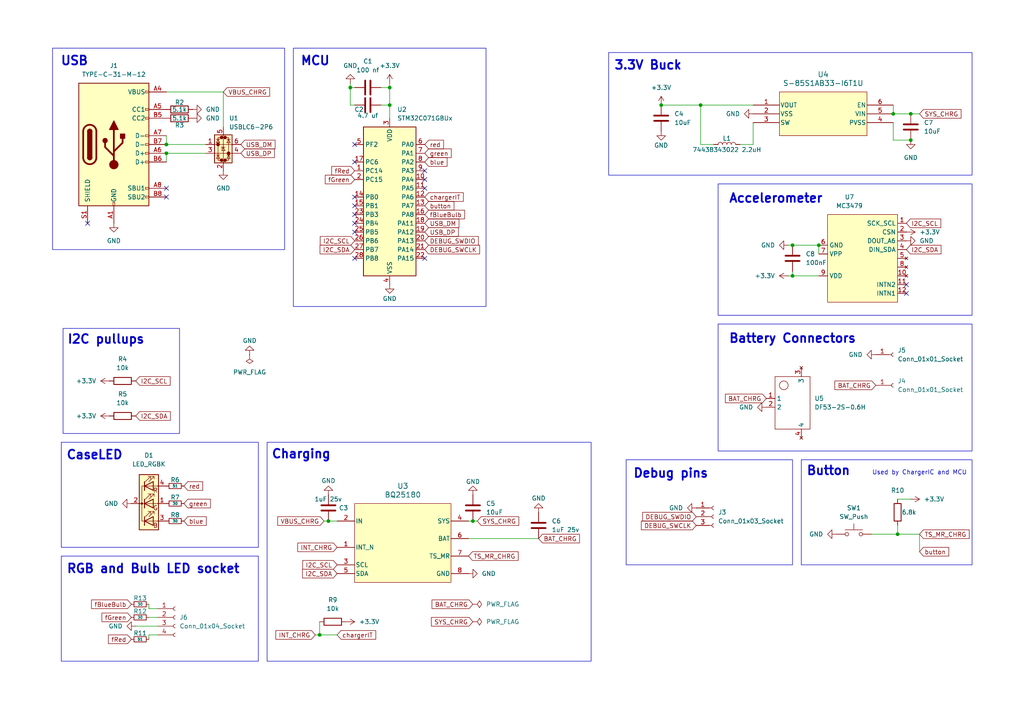
<source format=kicad_sch>
(kicad_sch (version 20250114) (generator "eeschema") (generator_version "9.0")
  (paper "A4")
  (lib_symbols
    (symbol "Connector:Conn_01x01_Socket" (pin_names (offset 1.016) (hide yes))
      (property "Reference" "J" (at 0 2.54 0))
      (property "Value" "Conn_01x01_Socket" (at 0 -2.54 0))
      (symbol "Conn_01x01_Socket_1_1"
        (pin passive line (at -5.08 0 0) (length 3.81) (name "Pin_1") (number "1"))
      )
    )
    (symbol "Connector:Conn_01x03_Socket" (pin_names (offset 1.016) (hide yes))
      (property "Reference" "J" (at 0 5.08 0))
      (property "Value" "Conn_01x03_Socket" (at 0 -5.08 0))
      (symbol "Conn_01x03_Socket_1_1"
        (pin passive line (at -5.08 2.54 0) (length 3.81) (name "Pin_1") (number "1"))
        (pin passive line (at -5.08 0 0) (length 3.81) (name "Pin_2") (number "2"))
        (pin passive line (at -5.08 -2.54 0) (length 3.81) (name "Pin_3") (number "3"))
      )
    )
    (symbol "Connector:Conn_01x04_Socket" (pin_names (offset 1.016) (hide yes))
      (property "Reference" "J" (at 0 5.08 0))
      (property "Value" "Conn_01x04_Socket" (at 0 -7.62 0))
      (symbol "Conn_01x04_Socket_1_1"
        (pin passive line (at -5.08 2.54 0) (length 3.81) (name "Pin_1") (number "1"))
        (pin passive line (at -5.08 0 0) (length 3.81) (name "Pin_2") (number "2"))
        (pin passive line (at -5.08 -2.54 0) (length 3.81) (name "Pin_3") (number "3"))
        (pin passive line (at -5.08 -5.08 0) (length 3.81) (name "Pin_4") (number "4"))
      )
    )
    (symbol "Device:C" (pin_numbers (hide yes)) (pin_names (offset 0.254))
      (property "Reference" "C" (at 0.635 2.54 0))
      (property "Value" "C" (at 0.635 -2.54 0))
      (symbol "C_1_1"
        (pin passive line (at 0 3.81 270) (length 2.794) (name "~") (number "1"))
        (pin passive line (at 0 -3.81 90) (length 2.794) (name "~") (number "2"))
      )
    )
    (symbol "Device:L" (pin_numbers (hide yes)) (pin_names (offset 1.016) (hide yes))
      (property "Reference" "L" (at -1.27 0 90))
      (property "Value" "L" (at 1.905 0 90))
      (symbol "L_1_1"
        (pin passive line (at 0 3.81 270) (length 1.27) (name "1") (number "1"))
        (pin passive line (at 0 -3.81 90) (length 1.27) (name "2") (number "2"))
      )
    )
    (symbol "Device:R" (pin_numbers (hide yes)) (pin_names (offset 0))
      (property "Reference" "R" (at 2.032 0 90))
      (property "Value" "R" (at 0 0 90))
      (symbol "R_1_1"
        (pin passive line (at 0 3.81 270) (length 1.27) (name "~") (number "1"))
        (pin passive line (at 0 -3.81 90) (length 1.27) (name "~") (number "2"))
      )
    )
    (symbol "Device:R_Small" (pin_numbers (hide yes)) (pin_names (offset 0.254) (hide yes))
      (property "Reference" "R" (at 0 0 90))
      (property "Value" "R_Small" (at 1.778 0 90))
      (symbol "R_Small_1_1"
        (pin passive line (at 0 2.54 270) (length 0.762) (name "~") (number "1"))
        (pin passive line (at 0 -2.54 90) (length 0.762) (name "~") (number "2"))
      )
    )
    (symbol "MCU_ST_STM32C0:STM32C071GBUx"
      (property "Reference" "U" (at -7.62 24.13 0))
      (property "Value" "STM32C071GBUx" (at 2.54 24.13 0))
      (symbol "STM32C071GBUx_1_1"
        (pin bidirectional line (at -10.16 17.78 0) (length 2.54) (name "PF2") (number "5"))
        (pin bidirectional line (at -10.16 12.7 0) (length 2.54) (name "PC6") (number "17"))
        (pin bidirectional line (at -10.16 10.16 0) (length 2.54) (name "PC14") (number "1"))
        (pin bidirectional line (at -10.16 7.62 0) (length 2.54) (name "PC15") (number "2"))
        (pin bidirectional line (at -10.16 2.54 0) (length 2.54) (name "PB0") (number "14"))
        (pin bidirectional line (at -10.16 0 0) (length 2.54) (name "PB1") (number "15"))
        (pin bidirectional line (at -10.16 -2.54 0) (length 2.54) (name "PB3") (number "23"))
        (pin bidirectional line (at -10.16 -5.08 0) (length 2.54) (name "PB4") (number "24"))
        (pin bidirectional line (at -10.16 -7.62 0) (length 2.54) (name "PB5") (number "25"))
        (pin bidirectional line (at -10.16 -10.16 0) (length 2.54) (name "PB6") (number "26"))
        (pin bidirectional line (at -10.16 -12.7 0) (length 2.54) (name "PB7") (number "27"))
        (pin bidirectional line (at -10.16 -15.24 0) (length 2.54) (name "PB8") (number "28"))
        (pin power_in line (at 0 25.4 270) (length 2.54) (name "VDD") (number "3"))
        (pin power_in line (at 0 -22.86 90) (length 2.54) (name "VSS") (number "4"))
        (pin bidirectional line (at 10.16 17.78 180) (length 2.54) (name "PA0") (number "6"))
        (pin bidirectional line (at 10.16 15.24 180) (length 2.54) (name "PA1") (number "7"))
        (pin bidirectional line (at 10.16 12.7 180) (length 2.54) (name "PA2") (number "8"))
        (pin bidirectional line (at 10.16 10.16 180) (length 2.54) (name "PA3") (number "9"))
        (pin bidirectional line (at 10.16 7.62 180) (length 2.54) (name "PA4") (number "10"))
        (pin bidirectional line (at 10.16 5.08 180) (length 2.54) (name "PA5") (number "11"))
        (pin bidirectional line (at 10.16 2.54 180) (length 2.54) (name "PA6") (number "12"))
        (pin bidirectional line (at 10.16 0 180) (length 2.54) (name "PA7") (number "13"))
        (pin bidirectional line (at 10.16 -2.54 180) (length 2.54) (name "PA8") (number "16"))
        (pin bidirectional line (at 10.16 -5.08 180) (length 2.54) (name "PA11") (number "18"))
        (pin bidirectional line (at 10.16 -7.62 180) (length 2.54) (name "PA12") (number "19"))
        (pin bidirectional line (at 10.16 -10.16 180) (length 2.54) (name "PA13") (number "20"))
        (pin bidirectional line (at 10.16 -12.7 180) (length 2.54) (name "PA14") (number "21"))
        (pin bidirectional line (at 10.16 -15.24 180) (length 2.54) (name "PA15") (number "22"))
      )
    )
    (symbol "MicroLightDevBoard:BQ25180" (pin_names (offset 0.254))
      (property "Reference" "U" (at 0 2.54 0))
      (property "Value" "BQ25180" (at -1.27 9.144 0))
      (symbol "BQ25180_0_1"
        (pin power_in line (at 0 0 0) (length 5.08) (name "IN") (number "2"))
        (pin output line (at 0 -7.62 0) (length 5.08) (name "INT_N") (number "1"))
        (pin input line (at 0 -12.7 0) (length 5.08) (name "SCL") (number "3"))
        (pin bidirectional line (at 0 -15.24 0) (length 5.08) (name "SDA") (number "5"))
        (pin power_in line (at 38.1 0 180) (length 5.08) (name "SYS") (number "4"))
        (pin power_in line (at 38.1 -5.08 180) (length 5.08) (name "BAT") (number "6"))
        (pin bidirectional line (at 38.1 -10.16 180) (length 5.08) (name "TS_MR") (number "7"))
        (pin power_in line (at 38.1 -15.24 180) (length 5.08) (name "GND") (number "8"))
      )
    )
    (symbol "MicroLightDevBoard:DF53-2S-0.6H"
      (property "Reference" "U" (at 4.064 -3.556 0))
      (property "Value" "DF53-2S-0.6H" (at -5.842 5.334 0))
      (symbol "DF53-2S-0.6H_1_1"
        (pin input line (at -6.35 -2.54 0) (length 2.54) (name "1") (number "1"))
        (pin input line (at -6.35 -5.08 0) (length 2.54) (name "2") (number "2"))
        (pin no_connect line (at 3.81 6.35 270) (length 2.54) (name "3") (number "3"))
        (pin no_connect line (at 3.81 -13.97 90) (length 2.54) (name "4") (number "4"))
      )
    )
    (symbol "MicroLightDevBoard:LED_RGBK" (pin_names (offset 0) (hide yes))
      (property "Reference" "D" (at 0 9.398 0))
      (property "Value" "LED_RGBK" (at 0 -8.89 0))
      (symbol "LED_RGBK_0_0"
        (text "R" (at 1.905 3.81 0) (effects (font (size 1.27 1.27))))
        (text "G" (at 1.905 -1.27 0) (effects (font (size 1.27 1.27))))
        (text "B" (at 1.905 -6.35 0) (effects (font (size 1.27 1.27))))
      )
      (symbol "LED_RGBK_1_1"
        (pin passive line (at -5.08 0 0) (length 2.54) (name "K") (number "2"))
        (pin passive line (at 5.08 5.08 180) (length 2.54) (name "RA") (number "4"))
        (pin passive line (at 5.08 0 180) (length 2.54) (name "GA") (number "1"))
        (pin passive line (at 5.08 -5.08 180) (length 2.54) (name "BA") (number "3"))
      )
    )
    (symbol "MicroLightDevBoard:MC3479"
      (property "Reference" "U" (at 0 0 0))
      (property "Value" "MC3479" (at 0 0 0))
      (symbol "MC3479_1_1"
        (pin power_in line (at -12.7 -10.16 0) (length 2.54) (name "GND") (number "6"))
        (pin passive line (at -12.7 -12.7 0) (length 2.54) (name "VPP") (number "7"))
        (pin power_in line (at -12.7 -19.05 0) (length 2.54) (name "VDD") (number "9"))
        (pin input line (at 12.7 -3.81 180) (length 2.54) (name "SCK_SCL") (number "1"))
        (pin input line (at 12.7 -6.35 180) (length 2.54) (name "CSN") (number "2"))
        (pin bidirectional line (at 12.7 -8.89 180) (length 2.54) (name "DOUT_A6") (number "3"))
        (pin bidirectional line (at 12.7 -11.43 180) (length 2.54) (name "DIN_SDA") (number "4"))
        (pin no_connect line (at 12.7 -13.97 180) (length 2.54) (name "") (number "5"))
        (pin no_connect line (at 12.7 -16.51 180) (length 2.54) (name "") (number "8"))
        (pin no_connect line (at 12.7 -19.05 180) (length 2.54) (name "") (number "10"))
        (pin output line (at 12.7 -21.59 180) (length 2.54) (name "INTN2") (number "11"))
        (pin output line (at 12.7 -24.13 180) (length 2.54) (name "INTN1") (number "12"))
      )
    )
    (symbol "MicroLightDevBoard:S-85S1AB33-I6T1U" (pin_names (offset 0.254))
      (property "Reference" "U" (at 20.32 10.16 0))
      (property "Value" "S-85S1AB33-I6T1U" (at 20.32 7.62 0))
      (symbol "S-85S1AB33-I6T1U_0_1"
        (pin input line (at 40.64 0 180) (length 7.62) (name "EN") (number "6"))
        (pin power_in line (at 40.64 -2.54 180) (length 7.62) (name "VIN") (number "5"))
      )
      (symbol "S-85S1AB33-I6T1U_1_1"
        (pin power_out line (at 0 0 0) (length 7.62) (name "VOUT") (number "1"))
        (pin power_in line (at 0 -2.54 0) (length 7.62) (name "VSS") (number "2"))
        (pin passive line (at 0 -5.08 0) (length 7.62) (name "SW") (number "3"))
        (pin power_in line (at 40.64 -5.08 180) (length 7.62) (name "PVSS") (number "4"))
      )
    )
    (symbol "MicroLightDevBoard:TYPE-C-31-M-12" (pin_names (offset 1.016))
      (property "Reference" "J1" (at 0 24.13 0))
      (property "Value" "TYPE-C-31-M-12" (at 0 21.59 0))
      (symbol "TYPE-C-31-M-12_1_1"
        (pin passive line (at -7.62 -21.59 90) (length 5.08) (name "SHIELD") (number "S1"))
        (pin passive line (at 0 -21.59 90) (length 5.08) (name "GND") (number "A1"))
        (pin passive line (at 0 -21.59 90) (length 5.08) (hide yes) (name "GND") (number "B1"))
        (pin power_out line (at 15.24 16.51 180) (length 5.08) (name "VBUS") (number "A4"))
        (pin passive line (at 15.24 16.51 180) (length 5.08) (hide yes) (name "VBUS") (number "B4"))
        (pin bidirectional line (at 15.24 11.43 180) (length 5.08) (name "CC1") (number "A5"))
        (pin bidirectional line (at 15.24 8.89 180) (length 5.08) (name "CC2") (number "B5"))
        (pin bidirectional line (at 15.24 3.81 180) (length 5.08) (name "D-") (number "A7"))
        (pin bidirectional line (at 15.24 1.27 180) (length 5.08) (name "D-") (number "B7"))
        (pin bidirectional line (at 15.24 -1.27 180) (length 5.08) (name "D+") (number "A6"))
        (pin bidirectional line (at 15.24 -3.81 180) (length 5.08) (name "D+") (number "B6"))
        (pin bidirectional line (at 15.24 -11.43 180) (length 5.08) (name "SBU1") (number "A8"))
        (pin bidirectional line (at 15.24 -13.97 180) (length 5.08) (name "SBU2") (number "B8"))
      )
    )
    (symbol "Power_Protection:USBLC6-2P6" (pin_names (hide yes))
      (property "Reference" "U" (at 0.635 5.715 0))
      (property "Value" "USBLC6-2P6" (at 0.635 3.81 0))
      (symbol "USBLC6-2P6_1_1"
        (pin passive line (at -5.08 0 0) (length 2.54) (name "I/O1") (number "1"))
        (pin passive line (at -5.08 -2.54 0) (length 2.54) (name "I/O2") (number "3"))
        (pin passive line (at 0 5.08 270) (length 2.54) (name "VBUS") (number "5"))
        (pin passive line (at 0 -7.62 90) (length 2.54) (name "GND") (number "2"))
        (pin passive line (at 5.08 0 180) (length 2.54) (name "I/O1") (number "6"))
        (pin passive line (at 5.08 -2.54 180) (length 2.54) (name "I/O2") (number "4"))
      )
    )
    (symbol "R_Small_1" (pin_numbers (hide yes)) (pin_names (offset 0.254) (hide yes))
      (property "Reference" "R" (at 0 0 90))
      (property "Value" "R_Small" (at 1.778 0 90))
      (symbol "R_Small_1_1_1"
        (pin passive line (at 0 2.54 270) (length 0.762) (name "~") (number "1"))
        (pin passive line (at 0 -2.54 90) (length 0.762) (name "~") (number "2"))
      )
    )
    (symbol "R_Small_2" (pin_numbers (hide yes)) (pin_names (offset 0.254) (hide yes))
      (property "Reference" "R" (at 0 0 90))
      (property "Value" "R_Small" (at 1.778 0 90))
      (symbol "R_Small_2_1_1"
        (pin passive line (at 0 2.54 270) (length 0.762) (name "~") (number "1"))
        (pin passive line (at 0 -2.54 90) (length 0.762) (name "~") (number "2"))
      )
    )
    (symbol "R_Small_3" (pin_numbers (hide yes)) (pin_names (offset 0.254) (hide yes))
      (property "Reference" "R" (at 0 0 90))
      (property "Value" "R_Small" (at 1.778 0 90))
      (symbol "R_Small_3_1_1"
        (pin passive line (at 0 2.54 270) (length 0.762) (name "~") (number "1"))
        (pin passive line (at 0 -2.54 90) (length 0.762) (name "~") (number "2"))
      )
    )
    (symbol "R_Small_4" (pin_numbers (hide yes)) (pin_names (offset 0.254) (hide yes))
      (property "Reference" "R" (at 0 0 90))
      (property "Value" "R_Small" (at 1.778 0 90))
      (symbol "R_Small_4_1_1"
        (pin passive line (at 0 2.54 270) (length 0.762) (name "~") (number "1"))
        (pin passive line (at 0 -2.54 90) (length 0.762) (name "~") (number "2"))
      )
    )
    (symbol "R_Small_5" (pin_numbers (hide yes)) (pin_names (offset 0.254) (hide yes))
      (property "Reference" "R" (at 0 0 90))
      (property "Value" "R_Small" (at 1.778 0 90))
      (symbol "R_Small_5_1_1"
        (pin passive line (at 0 2.54 270) (length 0.762) (name "~") (number "1"))
        (pin passive line (at 0 -2.54 90) (length 0.762) (name "~") (number "2"))
      )
    )
    (symbol "Switch:SW_Push" (pin_numbers (hide yes)) (pin_names (offset 1.016) (hide yes))
      (property "Reference" "SW" (at 1.27 2.54 0))
      (property "Value" "SW_Push" (at 0 -1.524 0))
      (symbol "SW_Push_0_1"
        (pin passive line (at -5.08 0 0) (length 2.54) (name "1") (number "1"))
        (pin passive line (at 5.08 0 180) (length 2.54) (name "2") (number "2"))
      )
    )
    (symbol "power:+3.3V" (power) (pin_numbers (hide yes)) (pin_names (offset 0) (hide yes))
      (property "Value" "+3.3V" (at 0 3.556 0))
      (symbol "+3.3V_1_1"
        (pin power_in line (at 0 0 90) (length 0) (name "~") (number "1"))
      )
    )
    (symbol "power:GND" (power) (pin_numbers (hide yes)) (pin_names (offset 0) (hide yes))
      (property "Value" "GND" (at 0 -3.81 0))
      (symbol "GND_1_1"
        (pin power_in line (at 0 0 270) (length 0) (name "~") (number "1"))
      )
    )
    (symbol "power:PWR_FLAG" (power) (pin_numbers (hide yes)) (pin_names (offset 0) (hide yes))
      (property "Value" "PWR_FLAG" (at 0 3.81 0))
      (symbol "PWR_FLAG_0_0"
        (pin power_out line (at 0 0 90) (length 0) (name "~") (number "1"))
      )
    )
  )
  (rectangle (start 15.24 13.97) (end 82.55 72.39))
  (rectangle (start 181.61 133.35) (end 229.87 163.83))
  (rectangle (start 85.09 13.97) (end 140.97 88.9))
  (rectangle (start 17.78 161.29) (end 74.93 191.77))
  (rectangle (start 77.47 128.27) (end 171.45 191.77))
  (rectangle (start 232.41 133.35) (end 281.94 163.83))
  (rectangle (start 17.78 128.27) (end 74.93 158.75))
  (rectangle (start 176.53 15.24) (end 281.94 50.8))
  (rectangle (start 208.28 93.98) (end 281.94 130.81))
  (rectangle (start 208.28 53.34) (end 281.94 91.44))
  (rectangle (start 18.288 95.25) (end 52.07 125.73))
  (text "Used by ChargerIC and MCU" (at 266.7 137.16 0) (effects (font (size 1.27 1.27))))
  (text "I2C pullups" (at 30.734 98.552 0) (effects (font (size 2.54 2.54) (bold yes))))
  (text "CaseLED\n" (at 27.432 132.08 0) (effects (font (size 2.54 2.54) (bold yes))))
  (text "RGB and Bulb LED socket" (at 44.45 165.1 0) (effects (font (size 2.54 2.54) (bold yes))))
  (text "USB" (at 21.59 17.78 0) (effects (font (size 2.54 2.54) (thickness 0.508) (bold yes))))
  (text "Charging" (at 87.376 131.826 0) (effects (font (size 2.54 2.54) (thickness 0.508) (bold yes))))
  (text "3.3V Buck" (at 187.96 19.05 0) (effects (font (size 2.54 2.54) (thickness 0.508) (bold yes))))
  (text "Accelerometer" (at 225.044 57.658 0) (effects (font (size 2.54 2.54) (thickness 0.508) (bold yes))))
  (text "Battery Connectors" (at 229.87 98.298 0) (effects (font (size 2.54 2.54) (thickness 0.508) (bold yes))))
  (text "Debug pins" (at 194.564 137.414 0) (effects (font (size 2.54 2.54) (bold yes))))
  (text "Button" (at 240.284 136.652 0) (effects (font (size 2.54 2.54) (bold yes))))
  (text "MCU" (at 91.44 17.78 0) (effects (font (size 2.54 2.54) (thickness 0.508) (bold yes))))
  (junction (at 229.87 71.12))
  (junction (at 264.16 40.64))
  (junction (at 48.26 44.45))
  (junction (at 113.03 30.48))
  (junction (at 259.08 33.02))
  (junction (at 113.03 25.4))
  (junction (at 92.71 184.15))
  (junction (at 95.25 151.13))
  (junction (at 203.2 30.48))
  (junction (at 264.16 33.02))
  (junction (at 260.35 154.94))
  (junction (at 137.16 151.13))
  (junction (at 229.87 80.01))
  (junction (at 48.26 41.91))
  (junction (at 191.77 30.48))
  (junction (at 101.6 25.4))
  (junction (at 237.49 71.12))
  (no_connect (at 102.87 57.15))
  (no_connect (at 262.89 82.55))
  (no_connect (at 102.87 46.99))
  (no_connect (at 102.87 64.77))
  (no_connect (at 48.26 57.15))
  (no_connect (at 123.19 54.61))
  (no_connect (at 102.87 59.69))
  (no_connect (at 262.89 85.09))
  (no_connect (at 102.87 67.31))
  (no_connect (at 102.87 41.91))
  (no_connect (at 123.19 74.93))
  (no_connect (at 102.87 74.93))
  (no_connect (at 123.19 49.53))
  (no_connect (at 123.19 52.07))
  (no_connect (at 25.4 64.77))
  (no_connect (at 102.87 62.23))
  (no_connect (at 48.26 54.61))
  (wire (pts (xy 113.03 30.48) (xy 113.03 34.29)))
  (wire (pts (xy 110.49 25.4) (xy 113.03 25.4)))
  (wire (pts (xy 228.6 80.01) (xy 229.87 80.01)))
  (wire (pts (xy 45.72 184.15) (xy 43.18 184.15)))
  (wire (pts (xy 43.18 179.07) (xy 45.72 179.07)))
  (wire (pts (xy 260.35 154.94) (xy 266.7 154.94)))
  (wire (pts (xy 218.44 41.91) (xy 218.44 35.56)))
  (wire (pts (xy 102.87 30.48) (xy 101.6 30.48)))
  (wire (pts (xy 259.08 40.64) (xy 259.08 35.56)))
  (wire (pts (xy 252.73 154.94) (xy 260.35 154.94)))
  (wire (pts (xy 260.35 152.4) (xy 260.35 154.94)))
  (wire (pts (xy 229.87 71.12) (xy 237.49 71.12)))
  (wire (pts (xy 228.6 71.12) (xy 229.87 71.12)))
  (wire (pts (xy 259.08 33.02) (xy 264.16 33.02)))
  (wire (pts (xy 48.26 44.45) (xy 59.69 44.45)))
  (wire (pts (xy 260.35 144.78) (xy 264.16 144.78)))
  (wire (pts (xy 137.16 151.13) (xy 138.43 151.13)))
  (wire (pts (xy 101.6 24.13) (xy 101.6 25.4)))
  (wire (pts (xy 39.37 181.61) (xy 45.72 181.61)))
  (wire (pts (xy 214.63 41.91) (xy 218.44 41.91)))
  (wire (pts (xy 43.18 184.15) (xy 43.18 185.42)))
  (wire (pts (xy 191.77 30.48) (xy 203.2 30.48)))
  (wire (pts (xy 229.87 78.74) (xy 229.87 80.01)))
  (wire (pts (xy 110.49 30.48) (xy 113.03 30.48)))
  (wire (pts (xy 101.6 25.4) (xy 101.6 30.48)))
  (wire (pts (xy 264.16 33.02) (xy 266.7 33.02)))
  (wire (pts (xy 45.72 176.53) (xy 43.18 176.53)))
  (wire (pts (xy 207.01 41.91) (xy 203.2 41.91)))
  (wire (pts (xy 259.08 40.64) (xy 264.16 40.64)))
  (wire (pts (xy 135.89 151.13) (xy 137.16 151.13)))
  (wire (pts (xy 92.71 180.34) (xy 92.71 184.15)))
  (wire (pts (xy 259.08 30.48) (xy 259.08 33.02)))
  (wire (pts (xy 102.87 25.4) (xy 101.6 25.4)))
  (wire (pts (xy 48.26 41.91) (xy 59.69 41.91)))
  (wire (pts (xy 91.44 184.15) (xy 92.71 184.15)))
  (wire (pts (xy 92.71 184.15) (xy 97.79 184.15)))
  (wire (pts (xy 237.49 71.12) (xy 237.49 73.66)))
  (wire (pts (xy 113.03 25.4) (xy 113.03 30.48)))
  (wire (pts (xy 48.26 26.67) (xy 64.77 26.67)))
  (wire (pts (xy 203.2 30.48) (xy 218.44 30.48)))
  (wire (pts (xy 135.89 156.21) (xy 156.21 156.21)))
  (wire (pts (xy 93.98 151.13) (xy 95.25 151.13)))
  (wire (pts (xy 43.18 176.53) (xy 43.18 175.26)))
  (wire (pts (xy 95.25 151.13) (xy 97.79 151.13)))
  (wire (pts (xy 64.77 36.83) (xy 64.77 26.67)))
  (wire (pts (xy 113.03 24.13) (xy 113.03 25.4)))
  (wire (pts (xy 229.87 80.01) (xy 237.49 80.01)))
  (wire (pts (xy 48.26 39.37) (xy 48.26 41.91)))
  (wire (pts (xy 48.26 44.45) (xy 48.26 46.99)))
  (wire (pts (xy 266.7 154.94) (xy 266.7 160.02)))
  (wire (pts (xy 203.2 41.91) (xy 203.2 30.48)))
  (global_label "USB_DP" (shape input) (at 123.19 67.31 0) (property "Intersheetrefs" "${INTERSHEET_REFS}" (effects (hide yes))))
  (global_label "I2C_SDA" (shape input) (at 39.37 120.65 0) (property "Intersheetrefs" "${INTERSHEET_REFS}" (effects (hide yes))))
  (global_label "BAT_CHRG" (shape input) (at 137.16 175.26 180) (property "Intersheetrefs" "${INTERSHEET_REFS}" (effects (hide yes))))
  (global_label "SYS_CHRG" (shape input) (at 137.16 180.34 180) (property "Intersheetrefs" "${INTERSHEET_REFS}" (effects (hide yes))))
  (global_label "I2C_SCL" (shape input) (at 97.79 163.83 180) (property "Intersheetrefs" "${INTERSHEET_REFS}" (effects (hide yes))))
  (global_label "I2C_SCL" (shape input) (at 262.89 64.77 0) (property "Intersheetrefs" "${INTERSHEET_REFS}" (effects (hide yes))))
  (global_label "BAT_CHRG" (shape input) (at 222.25 115.57 180) (property "Intersheetrefs" "${INTERSHEET_REFS}" (effects (hide yes))))
  (global_label "I2C_SCL" (shape input) (at 39.37 110.49 0) (property "Intersheetrefs" "${INTERSHEET_REFS}" (effects (hide yes))))
  (global_label "VBUS_CHRG" (shape input) (at 64.77 26.67 0) (property "Intersheetrefs" "${INTERSHEET_REFS}" (effects (hide yes))))
  (global_label "USB_DP" (shape input) (at 69.85 44.45 0) (property "Intersheetrefs" "${INTERSHEET_REFS}" (effects (hide yes))))
  (global_label "chargerIT" (shape input) (at 123.19 57.15 0) (property "Intersheetrefs" "${INTERSHEET_REFS}" (effects (hide yes))))
  (global_label "red" (shape input) (at 53.34 140.97 0) (property "Intersheetrefs" "${INTERSHEET_REFS}" (effects (hide yes))))
  (global_label "button" (shape input) (at 123.19 59.69 0) (property "Intersheetrefs" "${INTERSHEET_REFS}" (effects (hide yes))))
  (global_label "fBlueBulb" (shape input) (at 123.19 62.23 0) (property "Intersheetrefs" "${INTERSHEET_REFS}" (effects (hide yes))))
  (global_label "BAT_CHRG" (shape input) (at 254 111.76 180) (property "Intersheetrefs" "${INTERSHEET_REFS}" (effects (hide yes))))
  (global_label "BAT_CHRG" (shape input) (at 156.21 156.21 0) (property "Intersheetrefs" "${INTERSHEET_REFS}" (effects (hide yes))))
  (global_label "TS_MR_CHRG" (shape input) (at 135.89 161.29 0) (property "Intersheetrefs" "${INTERSHEET_REFS}" (effects (hide yes))))
  (global_label "green" (shape input) (at 53.34 146.05 0) (property "Intersheetrefs" "${INTERSHEET_REFS}" (effects (hide yes))))
  (global_label "VBUS_CHRG" (shape input) (at 93.98 151.13 180) (property "Intersheetrefs" "${INTERSHEET_REFS}" (effects (hide yes))))
  (global_label "TS_MR_CHRG" (shape input) (at 266.7 154.94 0) (property "Intersheetrefs" "${INTERSHEET_REFS}" (effects (hide yes))))
  (global_label "fBlueBulb" (shape input) (at 38.1 175.26 180) (property "Intersheetrefs" "${INTERSHEET_REFS}" (effects (hide yes))))
  (global_label "DEBUG_SWCLK" (shape input) (at 201.93 152.4 180) (property "Intersheetrefs" "${INTERSHEET_REFS}" (effects (hide yes))))
  (global_label "USB_DM" (shape input) (at 69.85 41.91 0) (property "Intersheetrefs" "${INTERSHEET_REFS}" (effects (hide yes))))
  (global_label "I2C_SDA" (shape input) (at 97.79 166.37 180) (property "Intersheetrefs" "${INTERSHEET_REFS}" (effects (hide yes))))
  (global_label "I2C_SDA" (shape input) (at 262.89 72.39 0) (property "Intersheetrefs" "${INTERSHEET_REFS}" (effects (hide yes))))
  (global_label "USB_DM" (shape input) (at 123.19 64.77 0) (property "Intersheetrefs" "${INTERSHEET_REFS}" (effects (hide yes))))
  (global_label "DEBUG_SWCLK" (shape input) (at 123.19 72.39 0) (property "Intersheetrefs" "${INTERSHEET_REFS}" (effects (hide yes))))
  (global_label "I2C_SDA" (shape input) (at 102.87 72.39 180) (property "Intersheetrefs" "${INTERSHEET_REFS}" (effects (hide yes))))
  (global_label "INT_CHRG" (shape input) (at 97.79 158.75 180) (property "Intersheetrefs" "${INTERSHEET_REFS}" (effects (hide yes))))
  (global_label "fGreen" (shape input) (at 102.87 52.07 180) (property "Intersheetrefs" "${INTERSHEET_REFS}" (effects (hide yes))))
  (global_label "fGreen" (shape input) (at 38.1 179.07 180) (property "Intersheetrefs" "${INTERSHEET_REFS}" (effects (hide yes))))
  (global_label "blue" (shape input) (at 53.34 151.13 0) (property "Intersheetrefs" "${INTERSHEET_REFS}" (effects (hide yes))))
  (global_label "SYS_CHRG" (shape input) (at 266.7 33.02 0) (property "Intersheetrefs" "${INTERSHEET_REFS}" (effects (hide yes))))
  (global_label "chargerIT" (shape input) (at 97.79 184.15 0) (property "Intersheetrefs" "${INTERSHEET_REFS}" (effects (hide yes))))
  (global_label "fRed" (shape input) (at 38.1 185.42 180) (property "Intersheetrefs" "${INTERSHEET_REFS}" (effects (hide yes))))
  (global_label "I2C_SCL" (shape input) (at 102.87 69.85 180) (property "Intersheetrefs" "${INTERSHEET_REFS}" (effects (hide yes))))
  (global_label "blue" (shape input) (at 123.19 46.99 0) (property "Intersheetrefs" "${INTERSHEET_REFS}" (effects (hide yes))))
  (global_label "fRed" (shape input) (at 102.87 49.53 180) (property "Intersheetrefs" "${INTERSHEET_REFS}" (effects (hide yes))))
  (global_label "DEBUG_SWDIO" (shape input) (at 201.93 149.86 180) (property "Intersheetrefs" "${INTERSHEET_REFS}" (effects (hide yes))))
  (global_label "red" (shape input) (at 123.19 41.91 0) (property "Intersheetrefs" "${INTERSHEET_REFS}" (effects (hide yes))))
  (global_label "DEBUG_SWDIO" (shape input) (at 123.19 69.85 0) (property "Intersheetrefs" "${INTERSHEET_REFS}" (effects (hide yes))))
  (global_label "green" (shape input) (at 123.19 44.45 0) (property "Intersheetrefs" "${INTERSHEET_REFS}" (effects (hide yes))))
  (global_label "INT_CHRG" (shape input) (at 91.44 184.15 180) (property "Intersheetrefs" "${INTERSHEET_REFS}" (effects (hide yes))))
  (global_label "button" (shape input) (at 266.7 160.02 0) (property "Intersheetrefs" "${INTERSHEET_REFS}" (effects (hide yes))))
  (global_label "SYS_CHRG" (shape input) (at 138.43 151.13 0) (property "Intersheetrefs" "${INTERSHEET_REFS}" (effects (hide yes))))
  (symbol (lib_id "power:GND") (at 95.25 143.51 180) (unit 1)
    (property "Reference" "#PWR015" (effects (hide yes)))
    (property "Value" "GND" (at 93.218 139.446 0) (effects (justify right)))
    (property "Description" "Power symbol creates a global label with name \"GND\" , ground" (effects (hide yes)))
  )
  (symbol (lib_id "Connector:Conn_01x01_Socket") (at 259.08 111.76 0) (unit 1)
    (property "Reference" "J4" (at 260.35 110.4899 0) (effects (justify left)))
    (property "Value" "Conn_01x01_Socket" (at 260.35 113.0299 0) (effects (justify left)))
    (property "Footprint" "MicroLightDevBoard:battery_1x01_Vertical" (effects (hide yes)))
    (property "Description" "Generic connector, single row, 01x01, script generated" (effects (hide yes)))
  )
  (symbol (lib_id "MicroLightDevBoard:LED_RGBK") (at 43.18 146.05 0) (unit 1)
    (property "Reference" "D1" (at 43.18 132.08 0))
    (property "Value" "LED_RGBK" (at 43.18 134.62 0))
    (property "Footprint" "MicroLightDevBoard:RS-C1415MBAR" (effects (hide yes)))
    (property "Description" "RGB LED, red/green/blue/cathode" (effects (hide yes)))
    (property "LCSC" "C2874181" (effects (hide yes)))
  )
  (symbol (lib_id "power:GND") (at 101.6 24.13 180) (unit 1)
    (property "Reference" "#PWR010" (effects (hide yes)))
    (property "Value" "GND" (at 101.6 19.05 0))
    (property "Description" "Power symbol creates a global label with name \"GND\" , ground" (effects (hide yes)))
  )
  (symbol (lib_id "power:GND") (at 135.89 166.37 90) (unit 1)
    (property "Reference" "#PWR019" (effects (hide yes)))
    (property "Value" "GND" (at 139.7 166.3701 90) (effects (justify right)))
    (property "Description" "Power symbol creates a global label with name \"GND\" , ground" (effects (hide yes)))
  )
  (symbol (lib_id "power:+3.3V") (at 113.03 24.13 0) (unit 1)
    (property "Reference" "#PWR012" (effects (hide yes)))
    (property "Value" "+3.3V" (at 113.03 19.05 0))
    (property "Description" "Power symbol creates a global label with name \"+3.3V\"" (effects (hide yes)))
  )
  (symbol (lib_id "Device:C") (at 137.16 147.32 0) (unit 1)
    (property "Reference" "C5" (at 140.97 146.0499 0) (effects (justify left)))
    (property "Value" "10uF" (at 140.97 148.5899 0) (effects (justify left)))
    (property "Footprint" "Capacitor_SMD:C_0402_1005Metric" (effects (hide yes)))
    (property "Description" "Unpolarized capacitor" (effects (hide yes)))
  )
  (symbol (lib_id "MicroLightDevBoard:TYPE-C-31-M-12") (at 33.02 43.18 0) (unit 1)
    (property "Reference" "J1" (at 33.02 19.05 0))
    (property "Value" "TYPE-C-31-M-12" (at 33.02 21.59 0))
    (property "Footprint" "MicroLightDevBoard:USB_C_Receptacle_Hroparts_TYPE-C-31-M-12" (effects (hide yes)))
    (property "LCSC" "C165948" (effects (hide yes)))
  )
  (symbol (lib_id "MicroLightDevBoard:S-85S1AB33-I6T1U") (at 218.44 30.48 0) (unit 1)
    (property "Reference" "U4" (at 238.76 21.59 0) (effects (font (size 1.524 1.524))))
    (property "Value" "S-85S1AB33-I6T1U" (at 238.76 24.13 0) (effects (font (size 1.524 1.524))))
    (property "Footprint" "MicroLightDevBoard:SNT-6A-A-PKG_PG006-A-P-SD-2.1_ABL" (effects (hide yes)))
    (property "Datasheet" "S-85S1AB33-I6T1U" (effects (hide yes)))
    (property "LSCS" "C7070110" (effects (hide yes)))
  )
  (symbol (lib_id "Connector:Conn_01x01_Socket") (at 259.08 102.87 0) (unit 1)
    (property "Reference" "J5" (at 260.35 101.5999 0) (effects (justify left)))
    (property "Value" "Conn_01x01_Socket" (at 260.35 104.1399 0) (effects (justify left)))
    (property "Footprint" "MicroLightDevBoard:battery_1x01_Vertical" (effects (hide yes)))
    (property "Description" "Generic connector, single row, 01x01, script generated" (effects (hide yes)))
  )
  (symbol (lib_id "Switch:SW_Push") (at 247.65 154.94 0) (unit 1)
    (property "Reference" "SW1" (at 247.65 147.32 0))
    (property "Value" "SW_Push" (at 247.65 149.86 0))
    (property "Footprint" "MicroLightDevBoard:TS-1089S-02526" (effects (hide yes)))
    (property "Description" "Push button switch, generic, two pins" (effects (hide yes)))
    (property "LCSC" "C455282" (effects (hide yes)))
  )
  (symbol (lib_id "power:GND") (at 201.93 147.32 270) (unit 1)
    (property "Reference" "#PWR03" (effects (hide yes)))
    (property "Value" "GND" (at 198.12 147.3199 90) (effects (justify right)))
    (property "Description" "Power symbol creates a global label with name \"GND\" , ground" (effects (hide yes)))
  )
  (symbol (lib_id "power:PWR_FLAG") (at 72.39 102.87 180) (unit 1)
    (property "Reference" "#FLG01" (effects (hide yes)))
    (property "Value" "PWR_FLAG" (at 72.39 107.95 0))
    (property "Description" "Special symbol for telling ERC where power comes from" (effects (hide yes)))
  )
  (symbol (lib_id "Device:L") (at 210.82 41.91 90) (unit 1)
    (property "Reference" "L1" (at 210.82 40.132 90))
    (property "Value" "74438343022 2.2uH" (at 210.82 43.434 90))
    (property "Footprint" "MicroLightDevBoard:74438343022_L" (effects (hide yes)))
    (property "Datasheet" "https://www.we-online.com/components/products/datasheet/74438343022.pdf" (effects (hide yes)))
    (property "Description" "Inductor" (effects (hide yes)))
    (property "purchase" "https://www.mouser.com/ProductDetail/Wurth-Elektronik/74438343022?qs=iC14BvcgY%2F123ryA6Z6D7g%3D%3D" (effects (hide yes)))
  )
  (symbol (lib_id "power:PWR_FLAG") (at 137.16 175.26 270) (unit 1)
    (property "Reference" "#FLG02" (effects (hide yes)))
    (property "Value" "PWR_FLAG" (at 140.97 175.2599 90) (effects (justify left)))
    (property "Description" "Special symbol for telling ERC where power comes from" (effects (hide yes)))
  )
  (symbol (lib_id "power:GND") (at 218.44 33.02 270) (unit 1)
    (property "Reference" "#PWR021" (effects (hide yes)))
    (property "Value" "GND" (at 214.63 33.0199 90) (effects (justify right)))
    (property "Description" "Power symbol creates a global label with name \"GND\" , ground" (effects (hide yes)))
  )
  (symbol (lib_id "Device:C") (at 106.68 25.4 270) (unit 1)
    (property "Reference" "C1" (at 106.68 17.78 90))
    (property "Value" "100 nf" (at 106.68 20.32 90))
    (property "Footprint" "Capacitor_SMD:C_0402_1005Metric" (effects (hide yes)))
    (property "Description" "Unpolarized capacitor" (effects (hide yes)))
    (property "LCSC" "C1525" (effects (hide yes)))
  )
  (symbol (lib_id "power:GND") (at 191.77 38.1 0) (unit 1)
    (property "Reference" "#PWR018" (effects (hide yes)))
    (property "Value" "GND" (at 193.802 42.164 0) (effects (justify right)))
    (property "Description" "Power symbol creates a global label with name \"GND\" , ground" (effects (hide yes)))
  )
  (symbol (lib_id "Device:R") (at 96.52 180.34 270) (unit 1)
    (property "Reference" "R9" (at 96.52 173.99 90))
    (property "Value" "10k" (at 96.52 176.53 90))
    (property "Footprint" "Resistor_SMD:R_0402_1005Metric" (effects (hide yes)))
    (property "Description" "Resistor" (effects (hide yes)))
    (property "LCSC" "C25744" (effects (hide yes)))
  )
  (symbol (lib_id "power:GND") (at 33.02 64.77 0) (unit 1)
    (property "Reference" "#PWR01" (effects (hide yes)))
    (property "Value" "GND" (at 33.02 69.85 0))
    (property "Description" "Power symbol creates a global label with name \"GND\" , ground" (effects (hide yes)))
  )
  (symbol (lib_name "R_Small_2") (lib_id "Device:R_Small") (at 50.8 146.05 90) (unit 1)
    (property "Reference" "R7" (at 50.8 144.272 90))
    (property "Value" "30" (at 50.8 146.05 90) (effects (font (size 0.762 0.762))))
    (property "Footprint" "Resistor_SMD:R_0402_1005Metric" (effects (hide yes)))
    (property "Description" "Resistor, small symbol" (effects (hide yes)))
    (property "LCSC" "C270617" (effects (hide yes)))
  )
  (symbol (lib_id "Device:R") (at 260.35 148.59 0) (unit 1)
    (property "Reference" "R10" (at 260.35 142.24 0))
    (property "Value" "6.8k" (at 263.652 148.59 0))
    (property "Footprint" "Resistor_SMD:R_0402_1005Metric" (effects (hide yes)))
    (property "Description" "Resistor" (effects (hide yes)))
  )
  (symbol (lib_id "Connector:Conn_01x04_Socket") (at 50.8 179.07 0) (unit 1) (in_bom no)
    (property "Reference" "J6" (at 52.07 179.0699 0) (effects (justify left)))
    (property "Value" "Conn_01x04_Socket" (at 52.07 181.6099 0) (effects (justify left)))
    (property "Footprint" "Connector_PinSocket_1.27mm:PinSocket_1x04_P1.27mm_Vertical" (effects (hide yes)))
    (property "Description" "Generic connector, single row, 01x04, script generated" (effects (hide yes)))
  )
  (symbol (lib_id "power:+3.3V") (at 262.89 67.31 270) (unit 1)
    (property "Reference" "#PWR028" (effects (hide yes)))
    (property "Value" "+3.3V" (at 266.7 67.3099 90) (effects (justify left)))
    (property "Description" "Power symbol creates a global label with name \"+3.3V\"" (effects (hide yes)))
  )
  (symbol (lib_id "Device:C") (at 106.68 30.48 270) (unit 1)
    (property "Reference" "C2" (at 104.14 31.75 90))
    (property "Value" "4.7 uf" (at 106.68 33.528 90))
    (property "Footprint" "Capacitor_SMD:C_0402_1005Metric" (effects (hide yes)))
    (property "Description" "Unpolarized capacitor" (effects (hide yes)))
    (property "LCSC" "C23733" (effects (hide yes)))
  )
  (symbol (lib_id "Device:C") (at 156.21 152.4 0) (unit 1)
    (property "Reference" "C6" (at 160.02 151.1299 0) (effects (justify left)))
    (property "Value" "1uF 25v" (at 160.02 153.6699 0) (effects (justify left)))
    (property "Footprint" "Capacitor_SMD:C_0402_1005Metric" (effects (hide yes)))
    (property "Description" "Unpolarized capacitor" (effects (hide yes)))
  )
  (symbol (lib_id "power:GND") (at 64.77 49.53 0) (unit 1)
    (property "Reference" "#PWR09" (effects (hide yes)))
    (property "Value" "GND" (at 64.77 54.61 0))
    (property "Description" "Power symbol creates a global label with name \"GND\" , ground" (effects (hide yes)))
  )
  (symbol (lib_id "power:+3.3V") (at 191.77 30.48 0) (unit 1)
    (property "Reference" "#PWR017" (effects (hide yes)))
    (property "Value" "+3.3V" (at 191.77 25.4 0))
    (property "Description" "Power symbol creates a global label with name \"+3.3V\"" (effects (hide yes)))
  )
  (symbol (lib_id "Connector:Conn_01x03_Socket") (at 207.01 149.86 0) (unit 1)
    (property "Reference" "J3" (at 208.28 148.5899 0) (effects (justify left)))
    (property "Value" "Conn_01x03_Socket" (at 208.28 151.1299 0) (effects (justify left)))
    (property "Footprint" "MicroLightDevBoard:PinSocket_1x03_P2.54mm_Vertical_debug" (effects (hide yes)))
    (property "Description" "Generic connector, single row, 01x03, script generated" (effects (hide yes)))
  )
  (symbol (lib_id "power:GND") (at 137.16 143.51 180) (unit 1)
    (property "Reference" "#PWR020" (effects (hide yes)))
    (property "Value" "GND" (at 135.128 139.7 0) (effects (justify right)))
    (property "Description" "Power symbol creates a global label with name \"GND\" , ground" (effects (hide yes)))
  )
  (symbol (lib_id "power:GND") (at 72.39 102.87 180) (unit 1)
    (property "Reference" "#PWR011" (effects (hide yes)))
    (property "Value" "GND" (at 70.358 98.806 0) (effects (justify right)))
    (property "Description" "Power symbol creates a global label with name \"GND\" , ground" (effects (hide yes)))
  )
  (symbol (lib_id "Device:C") (at 191.77 34.29 0) (unit 1)
    (property "Reference" "C4" (at 195.58 33.0199 0) (effects (justify left)))
    (property "Value" "10uF" (at 195.58 35.5599 0) (effects (justify left)))
    (property "Footprint" "Capacitor_SMD:C_0402_1005Metric" (effects (hide yes)))
    (property "Description" "Unpolarized capacitor" (effects (hide yes)))
  )
  (symbol (lib_id "power:PWR_FLAG") (at 137.16 180.34 270) (unit 1)
    (property "Reference" "#FLG03" (effects (hide yes)))
    (property "Value" "PWR_FLAG" (at 140.97 180.3399 90) (effects (justify left)))
    (property "Description" "Special symbol for telling ERC where power comes from" (effects (hide yes)))
  )
  (symbol (lib_name "R_Small_3") (lib_id "Device:R_Small") (at 50.8 151.13 90) (unit 1)
    (property "Reference" "R8" (at 50.8 149.352 90))
    (property "Value" "30" (at 50.8 151.13 90) (effects (font (size 0.762 0.762))))
    (property "Footprint" "Resistor_SMD:R_0402_1005Metric" (effects (hide yes)))
    (property "Description" "Resistor, small symbol" (effects (hide yes)))
    (property "LCSC" "C270617" (effects (hide yes)))
  )
  (symbol (lib_id "power:GND") (at 254 102.87 270) (unit 1)
    (property "Reference" "#PWR024" (effects (hide yes)))
    (property "Value" "GND" (at 250.19 102.8699 90) (effects (justify right)))
    (property "Description" "Power symbol creates a global label with name \"GND\" , ground" (effects (hide yes)))
  )
  (symbol (lib_id "power:GND") (at 222.25 118.11 270) (unit 1)
    (property "Reference" "#PWR029" (effects (hide yes)))
    (property "Value" "GND" (at 218.44 118.1099 90) (effects (justify right)))
    (property "Description" "Power symbol creates a global label with name \"GND\" , ground" (effects (hide yes)))
  )
  (symbol (lib_id "power:GND") (at 55.88 34.29 90) (unit 1)
    (property "Reference" "#PWR05" (effects (hide yes)))
    (property "Value" "GND" (at 59.69 34.2899 90) (effects (justify right)))
    (property "Description" "Power symbol creates a global label with name \"GND\" , ground" (effects (hide yes)))
  )
  (symbol (lib_id "power:+3.3V") (at 31.75 110.49 90) (unit 1)
    (property "Reference" "#PWR06" (effects (hide yes)))
    (property "Value" "+3.3V" (at 27.94 110.4899 90) (effects (justify left)))
    (property "Description" "Power symbol creates a global label with name \"+3.3V\"" (effects (hide yes)))
  )
  (symbol (lib_id "power:+3.3V") (at 31.75 120.65 90) (unit 1)
    (property "Reference" "#PWR07" (effects (hide yes)))
    (property "Value" "+3.3V" (at 27.94 120.6499 90) (effects (justify left)))
    (property "Description" "Power symbol creates a global label with name \"+3.3V\"" (effects (hide yes)))
  )
  (symbol (lib_id "power:+3.3V") (at 228.6 80.01 90) (unit 1)
    (property "Reference" "#PWR025" (effects (hide yes)))
    (property "Value" "+3.3V" (at 224.79 80.0099 90) (effects (justify left)))
    (property "Description" "Power symbol creates a global label with name \"+3.3V\"" (effects (hide yes)))
  )
  (symbol (lib_id "power:GND") (at 242.57 154.94 270) (unit 1)
    (property "Reference" "#PWR014" (effects (hide yes)))
    (property "Value" "GND" (at 238.76 154.9399 90) (effects (justify right)))
    (property "Description" "Power symbol creates a global label with name \"GND\" , ground" (effects (hide yes)))
  )
  (symbol (lib_id "Device:C") (at 95.25 147.32 0) (unit 1)
    (property "Reference" "C3" (at 98.298 147.32 0) (effects (justify left)))
    (property "Value" "1uF 25v" (at 91.186 144.78 0) (effects (justify left)))
    (property "Footprint" "Capacitor_SMD:C_0402_1005Metric" (effects (hide yes)))
    (property "Description" "Unpolarized capacitor" (effects (hide yes)))
  )
  (symbol (lib_id "power:GND") (at 262.89 69.85 90) (unit 1)
    (property "Reference" "#PWR027" (effects (hide yes)))
    (property "Value" "GND" (at 266.7 69.8501 90) (effects (justify right)))
    (property "Description" "Power symbol creates a global label with name \"GND\" , ground" (effects (hide yes)))
  )
  (symbol (lib_id "Device:R") (at 35.56 120.65 270) (unit 1)
    (property "Reference" "R5" (at 35.56 114.3 90))
    (property "Value" "10k" (at 35.56 116.84 90))
    (property "Footprint" "Resistor_SMD:R_0402_1005Metric" (effects (hide yes)))
    (property "Description" "Resistor" (effects (hide yes)))
    (property "LCSC" "C25744" (effects (hide yes)))
  )
  (symbol (lib_name "R_Small_5") (lib_id "Device:R_Small") (at 40.64 179.07 90) (unit 1)
    (property "Reference" "R12" (at 40.64 177.292 90))
    (property "Value" "30" (at 40.64 179.07 90) (effects (font (size 0.762 0.762))))
    (property "Footprint" "Resistor_SMD:R_0402_1005Metric" (effects (hide yes)))
    (property "Description" "Resistor, small symbol" (effects (hide yes)))
    (property "LCSC" "C270617" (effects (hide yes)))
  )
  (symbol (lib_id "power:GND") (at 39.37 181.61 270) (unit 1)
    (property "Reference" "#PWR031" (effects (hide yes)))
    (property "Value" "GND" (at 35.56 181.6099 90) (effects (justify right)))
    (property "Description" "Power symbol creates a global label with name \"GND\" , ground" (effects (hide yes)))
  )
  (symbol (lib_id "Device:R") (at 35.56 110.49 270) (unit 1)
    (property "Reference" "R4" (at 35.56 104.14 90))
    (property "Value" "10k" (at 35.56 106.68 90))
    (property "Footprint" "Resistor_SMD:R_0402_1005Metric" (effects (hide yes)))
    (property "Description" "Resistor" (effects (hide yes)))
    (property "LCSC" "C25744" (effects (hide yes)))
  )
  (symbol (lib_id "Power_Protection:USBLC6-2P6") (at 64.77 41.91 0) (unit 1)
    (property "Reference" "U1" (at 66.4211 34.29 0) (effects (justify left)))
    (property "Value" "USBLC6-2P6" (at 66.4211 36.83 0) (effects (justify left)))
    (property "Footprint" "Package_TO_SOT_SMD:SOT-666" (effects (hide yes)))
    (property "Datasheet" "https://www.st.com/resource/en/datasheet/usblc6-2.pdf" (effects (hide yes)))
    (property "Description" "Very low capacitance ESD protection diode, 2 data-line, SOT-666" (effects (hide yes)))
  )
  (symbol (lib_id "power:GND") (at 55.88 31.75 90) (unit 1)
    (property "Reference" "#PWR04" (effects (hide yes)))
    (property "Value" "GND" (at 59.69 31.7499 90) (effects (justify right)))
    (property "Description" "Power symbol creates a global label with name \"GND\" , ground" (effects (hide yes)))
  )
  (symbol (lib_id "Device:R_Small") (at 40.64 185.42 90) (unit 1)
    (property "Reference" "R11" (at 40.64 183.642 90))
    (property "Value" "51" (at 40.64 185.42 90) (effects (font (size 0.762 0.762))))
    (property "Footprint" "Resistor_SMD:R_0402_1005Metric" (effects (hide yes)))
    (property "Description" "Resistor, small symbol" (effects (hide yes)))
    (property "LCSC" "C25125" (effects (hide yes)))
  )
  (symbol (lib_name "R_Small_4") (lib_id "Device:R_Small") (at 40.64 175.26 90) (unit 1)
    (property "Reference" "R13" (at 40.64 173.482 90))
    (property "Value" "30" (at 40.64 175.26 90) (effects (font (size 0.762 0.762))))
    (property "Footprint" "Resistor_SMD:R_0402_1005Metric" (effects (hide yes)))
    (property "Description" "Resistor, small symbol" (effects (hide yes)))
    (property "LCSC" "C270617" (effects (hide yes)))
  )
  (symbol (lib_id "power:GND") (at 113.03 82.55 0) (unit 1)
    (property "Reference" "#PWR013" (effects (hide yes)))
    (property "Value" "GND" (at 115.062 86.614 0) (effects (justify right)))
    (property "Description" "Power symbol creates a global label with name \"GND\" , ground" (effects (hide yes)))
  )
  (symbol (lib_id "MicroLightDevBoard:DF53-2S-0.6H") (at 228.6 113.03 0) (unit 1)
    (property "Reference" "U5" (at 236.22 115.5699 0) (effects (justify left)))
    (property "Value" "DF53-2S-0.6H" (at 236.22 118.1099 0) (effects (justify left)))
    (property "Footprint" "MicroLightDevBoard:DF53-2S-0.6H" (effects (hide yes)))
    (property "Datasheet" "https://www.hirose.com/en/product/document?clcode=CL0668-1007-0-00&productname=DF53-10S-0.6H&series=DF53&documenttype=Catalog&lang=en&documentid=en_DF53_CAT" (effects (hide yes)))
  )
  (symbol (lib_id "MicroLightDevBoard:MC3479") (at 250.19 60.96 0) (unit 1)
    (property "Reference" "U7" (at 246.38 57.15 0))
    (property "Value" "MC3479" (at 246.38 59.69 0))
    (property "Footprint" "Package_LGA:LGA-12_2x2mm_P0.5mm" (effects (hide yes)))
    (property "Datasheet" "https://www.mouser.com/datasheet/2/821/20200827164636363-1900743.pdf" (effects (hide yes)))
    (property "Description" "3-axis accelerometer" (effects (hide yes)))
  )
  (symbol (lib_id "Device:C") (at 264.16 36.83 0) (unit 1)
    (property "Reference" "C7" (at 267.97 35.5599 0) (effects (justify left)))
    (property "Value" "10uF" (at 267.97 38.0999 0) (effects (justify left)))
    (property "Footprint" "Capacitor_SMD:C_0402_1005Metric" (effects (hide yes)))
    (property "Description" "Unpolarized capacitor" (effects (hide yes)))
  )
  (symbol (lib_id "power:GND") (at 228.6 71.12 270) (unit 1)
    (property "Reference" "#PWR026" (effects (hide yes)))
    (property "Value" "GND" (at 224.79 71.1199 90) (effects (justify right)))
    (property "Description" "Power symbol creates a global label with name \"GND\" , ground" (effects (hide yes)))
  )
  (symbol (lib_id "MicroLightDevBoard:BQ25180") (at 97.79 151.13 0) (unit 1)
    (property "Reference" "U3" (at 116.84 140.97 0) (effects (font (size 1.524 1.524))))
    (property "Value" "BQ25180" (at 116.84 143.51 0) (effects (font (size 1.524 1.524))))
    (property "Footprint" "MicroLightDevBoard:BQ25180" (effects (hide yes)))
    (property "Datasheet" "BQ25180" (effects (hide yes)))
    (property "Description" "https://www.ti.com/lit/ds/symlink/bq25180.pdf" (effects (hide yes)))
    (property "LCSC" "C3682423" (effects (hide yes)))
  )
  (symbol (lib_id "MCU_ST_STM32C0:STM32C071GBUx") (at 113.03 59.69 0) (unit 1)
    (property "Reference" "U2" (at 115.2241 31.75 0) (effects (justify left)))
    (property "Value" "STM32C071GBUx" (at 115.2241 34.29 0) (effects (justify left)))
    (property "Footprint" "Package_DFN_QFN:QFN-28_4x4mm_P0.5mm" (effects (hide yes)))
    (property "Datasheet" "https://www.st.com/resource/en/datasheet/stm32c071gb.pdf" (effects (hide yes)))
    (property "Description" "STMicroelectronics Arm Cortex-M0+ MCU, 128KB flash, 24KB RAM, 26 GPIO, UFQFPN28_GP" (effects (hide yes)))
    (property "LCSC" "C42113261" (effects (hide yes)))
  )
  (symbol (lib_id "power:GND") (at 264.16 40.64 0) (unit 1)
    (property "Reference" "#PWR023" (effects (hide yes)))
    (property "Value" "GND" (at 264.16 45.72 0))
    (property "Description" "Power symbol creates a global label with name \"GND\" , ground" (effects (hide yes)))
  )
  (symbol (lib_id "power:GND") (at 156.21 148.59 180) (unit 1)
    (property "Reference" "#PWR022" (effects (hide yes)))
    (property "Value" "GND" (at 154.178 144.526 0) (effects (justify right)))
    (property "Description" "Power symbol creates a global label with name \"GND\" , ground" (effects (hide yes)))
  )
  (symbol (lib_id "power:+3.3V") (at 100.33 180.34 270) (unit 1)
    (property "Reference" "#PWR016" (effects (hide yes)))
    (property "Value" "+3.3V" (at 104.14 180.3399 90) (effects (justify left)))
    (property "Description" "Power symbol creates a global label with name \"+3.3V\"" (effects (hide yes)))
  )
  (symbol (lib_id "Device:R") (at 52.07 31.75 90) (unit 1)
    (property "Reference" "R2" (at 52.07 29.718 90))
    (property "Value" "5.1k" (at 52.07 31.75 90))
    (property "Footprint" "Resistor_SMD:R_0402_1005Metric" (effects (hide yes)))
    (property "Description" "Resistor" (effects (hide yes)))
  )
  (symbol (lib_id "power:+3.3V") (at 264.16 144.78 270) (unit 1)
    (property "Reference" "#PWR030" (effects (hide yes)))
    (property "Value" "+3.3V" (at 267.97 144.7799 90) (effects (justify left)))
    (property "Description" "Power symbol creates a global label with name \"+3.3V\"" (effects (hide yes)))
  )
  (symbol (lib_id "Device:R") (at 52.07 34.29 90) (unit 1)
    (property "Reference" "R3" (at 52.07 36.322 90))
    (property "Value" "5.1k" (at 52.07 34.29 90))
    (property "Footprint" "Resistor_SMD:R_0402_1005Metric" (effects (hide yes)))
    (property "Description" "Resistor" (effects (hide yes)))
  )
  (symbol (lib_id "power:GND") (at 38.1 146.05 270) (unit 1)
    (property "Reference" "#PWR08" (effects (hide yes)))
    (property "Value" "GND" (at 34.29 146.0499 90) (effects (justify right)))
    (property "Description" "Power symbol creates a global label with name \"GND\" , ground" (effects (hide yes)))
  )
  (symbol (lib_name "R_Small_1") (lib_id "Device:R_Small") (at 50.8 140.97 90) (unit 1)
    (property "Reference" "R6" (at 50.8 139.192 90))
    (property "Value" "51" (at 50.8 140.97 90) (effects (font (size 0.762 0.762))))
    (property "Footprint" "Resistor_SMD:R_0402_1005Metric" (effects (hide yes)))
    (property "Description" "Resistor, small symbol" (effects (hide yes)))
    (property "LCSC" "C25125" (effects (hide yes)))
  )
  (symbol (lib_id "Device:C") (at 229.87 74.93 0) (unit 1)
    (property "Reference" "C8" (at 233.68 73.6599 0) (effects (justify left)))
    (property "Value" "100nF" (at 233.68 76.1999 0) (effects (justify left)))
    (property "Footprint" "Capacitor_SMD:C_0402_1005Metric" (effects (hide yes)))
    (property "Description" "Unpolarized capacitor" (effects (hide yes)))
    (property "LCSC" "C1525" (effects (hide yes)))
  )
)
</source>
